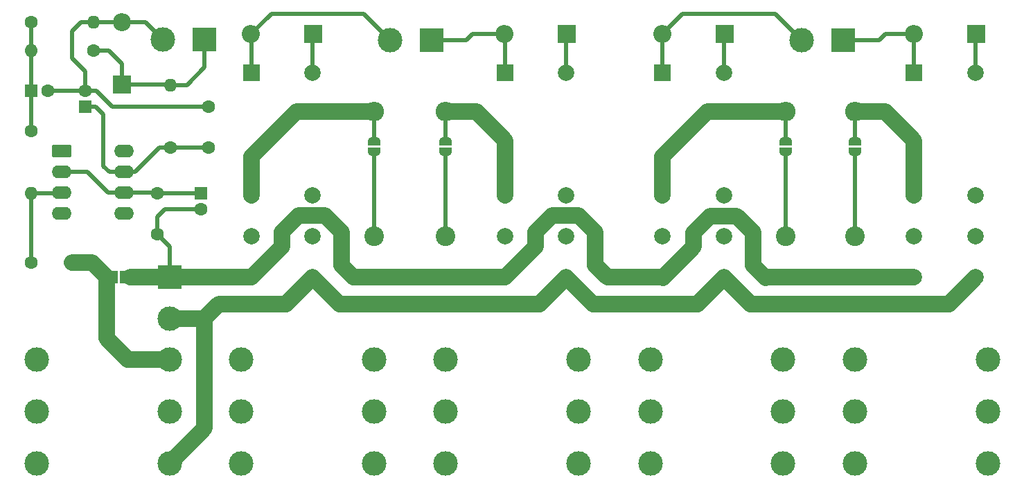
<source format=gtl>
%TF.GenerationSoftware,KiCad,Pcbnew,9.0.0+dfsg-1*%
%TF.CreationDate,2025-03-12T14:20:37+01:00*%
%TF.ProjectId,relays-array-4,72656c61-7973-42d6-9172-7261792d342e,1.0*%
%TF.SameCoordinates,Original*%
%TF.FileFunction,Copper,L1,Top*%
%TF.FilePolarity,Positive*%
%FSLAX46Y46*%
G04 Gerber Fmt 4.6, Leading zero omitted, Abs format (unit mm)*
G04 Created by KiCad (PCBNEW 9.0.0+dfsg-1) date 2025-03-12 14:20:37*
%MOMM*%
%LPD*%
G01*
G04 APERTURE LIST*
G04 Aperture macros list*
%AMRoundRect*
0 Rectangle with rounded corners*
0 $1 Rounding radius*
0 $2 $3 $4 $5 $6 $7 $8 $9 X,Y pos of 4 corners*
0 Add a 4 corners polygon primitive as box body*
4,1,4,$2,$3,$4,$5,$6,$7,$8,$9,$2,$3,0*
0 Add four circle primitives for the rounded corners*
1,1,$1+$1,$2,$3*
1,1,$1+$1,$4,$5*
1,1,$1+$1,$6,$7*
1,1,$1+$1,$8,$9*
0 Add four rect primitives between the rounded corners*
20,1,$1+$1,$2,$3,$4,$5,0*
20,1,$1+$1,$4,$5,$6,$7,0*
20,1,$1+$1,$6,$7,$8,$9,0*
20,1,$1+$1,$8,$9,$2,$3,0*%
%AMFreePoly0*
4,1,23,0.500000,-0.750000,0.000000,-0.750000,0.000000,-0.745722,-0.065263,-0.745722,-0.191342,-0.711940,-0.304381,-0.646677,-0.396677,-0.554381,-0.461940,-0.441342,-0.495722,-0.315263,-0.495722,-0.250000,-0.500000,-0.250000,-0.500000,0.250000,-0.495722,0.250000,-0.495722,0.315263,-0.461940,0.441342,-0.396677,0.554381,-0.304381,0.646677,-0.191342,0.711940,-0.065263,0.745722,0.000000,0.745722,
0.000000,0.750000,0.500000,0.750000,0.500000,-0.750000,0.500000,-0.750000,$1*%
%AMFreePoly1*
4,1,23,0.000000,0.745722,0.065263,0.745722,0.191342,0.711940,0.304381,0.646677,0.396677,0.554381,0.461940,0.441342,0.495722,0.315263,0.495722,0.250000,0.500000,0.250000,0.500000,-0.250000,0.495722,-0.250000,0.495722,-0.315263,0.461940,-0.441342,0.396677,-0.554381,0.304381,-0.646677,0.191342,-0.711940,0.065263,-0.745722,0.000000,-0.745722,0.000000,-0.750000,-0.500000,-0.750000,
-0.500000,0.750000,0.000000,0.750000,0.000000,0.745722,0.000000,0.745722,$1*%
G04 Aperture macros list end*
%TA.AperFunction,ComponentPad*%
%ADD10C,2.000000*%
%TD*%
%TA.AperFunction,ComponentPad*%
%ADD11R,2.000000X2.000000*%
%TD*%
%TA.AperFunction,ComponentPad*%
%ADD12C,2.400000*%
%TD*%
%TA.AperFunction,ComponentPad*%
%ADD13O,2.400000X2.400000*%
%TD*%
%TA.AperFunction,ComponentPad*%
%ADD14R,2.200000X2.200000*%
%TD*%
%TA.AperFunction,ComponentPad*%
%ADD15O,2.200000X2.200000*%
%TD*%
%TA.AperFunction,ComponentPad*%
%ADD16C,1.600000*%
%TD*%
%TA.AperFunction,ComponentPad*%
%ADD17O,1.600000X1.600000*%
%TD*%
%TA.AperFunction,ComponentPad*%
%ADD18R,1.600000X1.600000*%
%TD*%
%TA.AperFunction,ComponentPad*%
%ADD19C,3.000000*%
%TD*%
%TA.AperFunction,SMDPad,CuDef*%
%ADD20FreePoly0,270.000000*%
%TD*%
%TA.AperFunction,SMDPad,CuDef*%
%ADD21FreePoly1,270.000000*%
%TD*%
%TA.AperFunction,ComponentPad*%
%ADD22R,3.000000X3.000000*%
%TD*%
%TA.AperFunction,ComponentPad*%
%ADD23RoundRect,0.250000X-0.950000X-0.550000X0.950000X-0.550000X0.950000X0.550000X-0.950000X0.550000X0*%
%TD*%
%TA.AperFunction,ComponentPad*%
%ADD24O,2.400000X1.600000*%
%TD*%
%TA.AperFunction,SMDPad,CuDef*%
%ADD25R,1.000000X1.500000*%
%TD*%
%TA.AperFunction,Conductor*%
%ADD26C,0.500000*%
%TD*%
%TA.AperFunction,Conductor*%
%ADD27C,2.000000*%
%TD*%
G04 APERTURE END LIST*
D10*
%TO.P,K3,11*%
%TO.N,Net-(J4-PadS)*%
X115270000Y-95000000D03*
%TO.P,K3,12*%
%TO.N,Net-(JP4-A)*%
X115270000Y-90000000D03*
%TO.P,K3,14*%
%TO.N,/SIGNAL*%
X115270000Y-100000000D03*
%TO.P,K3,21*%
%TO.N,Net-(J4-PadT)*%
X122770000Y-95000000D03*
%TO.P,K3,22*%
%TO.N,Net-(JP4-B)*%
X122770000Y-90000000D03*
%TO.P,K3,24*%
%TO.N,GND*%
X122770000Y-100000000D03*
D11*
%TO.P,K3,A1*%
%TO.N,Net-(D3-A)*%
X115270000Y-75000000D03*
D10*
%TO.P,K3,A2*%
%TO.N,+12V*%
X122770000Y-75000000D03*
%TD*%
D12*
%TO.P,R3,1*%
%TO.N,Net-(JP4-B)*%
X130270000Y-95000000D03*
D13*
%TO.P,R3,2*%
%TO.N,Net-(JP4-A)*%
X130270000Y-79760000D03*
%TD*%
D12*
%TO.P,R4,1*%
%TO.N,Net-(JP5-B)*%
X138750000Y-95000000D03*
D13*
%TO.P,R4,2*%
%TO.N,Net-(JP5-A)*%
X138750000Y-79760000D03*
%TD*%
D14*
%TO.P,D2,1,K*%
%TO.N,+12V*%
X103560000Y-70250000D03*
D15*
%TO.P,D2,2,A*%
%TO.N,Net-(D2-A)*%
X95940000Y-70250000D03*
%TD*%
D16*
%TO.P,C2,1*%
%TO.N,Net-(U1-+)*%
X38100000Y-98200000D03*
%TO.P,C2,2*%
%TO.N,Net-(JPX1-B)*%
X43100000Y-98200000D03*
%TD*%
%TO.P,R13,1*%
%TO.N,VCC*%
X55100000Y-84100000D03*
D17*
%TO.P,R13,2*%
%TO.N,+12V*%
X55100000Y-76480000D03*
%TD*%
D18*
%TO.P,C8,1*%
%TO.N,Net-(U1--)*%
X58800000Y-89700000D03*
D16*
%TO.P,C8,2*%
%TO.N,/SIGNAL*%
X58800000Y-91700000D03*
%TD*%
D14*
%TO.P,D3,1,K*%
%TO.N,+12V*%
X122830000Y-70250000D03*
D15*
%TO.P,D3,2,A*%
%TO.N,Net-(D3-A)*%
X115210000Y-70250000D03*
%TD*%
D10*
%TO.P,K4,11*%
%TO.N,Net-(J5-PadS)*%
X146000000Y-95000000D03*
%TO.P,K4,12*%
%TO.N,Net-(JP5-A)*%
X146000000Y-90000000D03*
%TO.P,K4,14*%
%TO.N,/SIGNAL*%
X146000000Y-100000000D03*
%TO.P,K4,21*%
%TO.N,Net-(J5-PadT)*%
X153500000Y-95000000D03*
%TO.P,K4,22*%
%TO.N,Net-(JP5-B)*%
X153500000Y-90000000D03*
%TO.P,K4,24*%
%TO.N,GND*%
X153500000Y-100000000D03*
D11*
%TO.P,K4,A1*%
%TO.N,Net-(D4-A)*%
X146000000Y-75000000D03*
D10*
%TO.P,K4,A2*%
%TO.N,+12V*%
X153500000Y-75000000D03*
%TD*%
D19*
%TO.P,J4,R*%
%TO.N,unconnected-(J4-PadR)*%
X130000000Y-116350000D03*
%TO.P,J4,RN*%
%TO.N,unconnected-(J4-PadRN)*%
X113770000Y-116350000D03*
%TO.P,J4,S*%
%TO.N,Net-(J4-PadS)*%
X130000000Y-122700000D03*
%TO.P,J4,SN*%
%TO.N,unconnected-(J4-PadSN)*%
X113770000Y-122700000D03*
%TO.P,J4,T*%
%TO.N,Net-(J4-PadT)*%
X130000000Y-110000000D03*
%TO.P,J4,TN*%
%TO.N,unconnected-(J4-PadTN)*%
X113770000Y-110000000D03*
%TD*%
%TO.P,J2,R*%
%TO.N,unconnected-(J2-PadR)*%
X105000000Y-116350000D03*
%TO.P,J2,RN*%
%TO.N,unconnected-(J2-PadRN)*%
X88770000Y-116350000D03*
%TO.P,J2,S*%
%TO.N,Net-(J2-PadS)*%
X105000000Y-122700000D03*
%TO.P,J2,SN*%
%TO.N,unconnected-(J2-PadSN)*%
X88770000Y-122700000D03*
%TO.P,J2,T*%
%TO.N,Net-(J2-PadT)*%
X105000000Y-110000000D03*
%TO.P,J2,TN*%
%TO.N,unconnected-(J2-PadTN)*%
X88770000Y-110000000D03*
%TD*%
D18*
%TO.P,C10,1*%
%TO.N,GNDS*%
X38100000Y-77200000D03*
D16*
%TO.P,C10,2*%
%TO.N,GND*%
X40100000Y-77200000D03*
%TD*%
D14*
%TO.P,D9,1,K*%
%TO.N,+12V*%
X49200000Y-76410000D03*
D15*
%TO.P,D9,2,A*%
%TO.N,GND*%
X49200000Y-68790000D03*
%TD*%
D14*
%TO.P,D4,1,K*%
%TO.N,+12V*%
X153560000Y-70250000D03*
D15*
%TO.P,D4,2,A*%
%TO.N,Net-(D4-A)*%
X145940000Y-70250000D03*
%TD*%
D19*
%TO.P,J14,R*%
%TO.N,unconnected-(J14-PadR)*%
X55000000Y-116350000D03*
%TO.P,J14,RN*%
%TO.N,unconnected-(J14-PadRN)*%
X38770000Y-116350000D03*
%TO.P,J14,S*%
%TO.N,GND*%
X55000000Y-122700000D03*
%TO.P,J14,SN*%
%TO.N,unconnected-(J14-PadSN)*%
X38770000Y-122700000D03*
%TO.P,J14,T*%
%TO.N,Net-(JPX1-B)*%
X55000000Y-110000000D03*
%TO.P,J14,TN*%
%TO.N,unconnected-(J14-PadTN)*%
X38770000Y-110000000D03*
%TD*%
D12*
%TO.P,R2,1*%
%TO.N,Net-(JP2-B)*%
X88750000Y-95000000D03*
D13*
%TO.P,R2,2*%
%TO.N,Net-(JP2-A)*%
X88750000Y-79760000D03*
%TD*%
D10*
%TO.P,K1,11*%
%TO.N,Net-(J1-PadS)*%
X65000000Y-95000000D03*
%TO.P,K1,12*%
%TO.N,Net-(JP3-A)*%
X65000000Y-90000000D03*
%TO.P,K1,14*%
%TO.N,/SIGNAL*%
X65000000Y-100000000D03*
%TO.P,K1,21*%
%TO.N,Net-(J1-PadT)*%
X72500000Y-95000000D03*
%TO.P,K1,22*%
%TO.N,Net-(JP3-B)*%
X72500000Y-90000000D03*
%TO.P,K1,24*%
%TO.N,GND*%
X72500000Y-100000000D03*
D11*
%TO.P,K1,A1*%
%TO.N,Net-(D1-A)*%
X65000000Y-75000000D03*
D10*
%TO.P,K1,A2*%
%TO.N,+12V*%
X72500000Y-75000000D03*
%TD*%
D14*
%TO.P,D1,1,K*%
%TO.N,+12V*%
X72560000Y-70250000D03*
D15*
%TO.P,D1,2,A*%
%TO.N,Net-(D1-A)*%
X64940000Y-70250000D03*
%TD*%
D16*
%TO.P,R16,1*%
%TO.N,GNDS*%
X38100000Y-82080000D03*
D17*
%TO.P,R16,2*%
%TO.N,Net-(U1-+)*%
X38100000Y-89700000D03*
%TD*%
D19*
%TO.P,J1,R*%
%TO.N,unconnected-(J1-PadR)*%
X80000000Y-116350000D03*
%TO.P,J1,RN*%
%TO.N,unconnected-(J1-PadRN)*%
X63770000Y-116350000D03*
%TO.P,J1,S*%
%TO.N,Net-(J1-PadS)*%
X80000000Y-122700000D03*
%TO.P,J1,SN*%
%TO.N,unconnected-(J1-PadSN)*%
X63770000Y-122700000D03*
%TO.P,J1,T*%
%TO.N,Net-(J1-PadT)*%
X80000000Y-110000000D03*
%TO.P,J1,TN*%
%TO.N,unconnected-(J1-PadTN)*%
X63770000Y-110000000D03*
%TD*%
D20*
%TO.P,JP5,1,A*%
%TO.N,Net-(JP5-A)*%
X138750000Y-83350000D03*
D21*
%TO.P,JP5,2,B*%
%TO.N,Net-(JP5-B)*%
X138750000Y-84650000D03*
%TD*%
D10*
%TO.P,K2,11*%
%TO.N,Net-(J2-PadS)*%
X96000000Y-95000000D03*
%TO.P,K2,12*%
%TO.N,Net-(JP2-A)*%
X96000000Y-90000000D03*
%TO.P,K2,14*%
%TO.N,/SIGNAL*%
X96000000Y-100000000D03*
%TO.P,K2,21*%
%TO.N,Net-(J2-PadT)*%
X103500000Y-95000000D03*
%TO.P,K2,22*%
%TO.N,Net-(JP2-B)*%
X103500000Y-90000000D03*
%TO.P,K2,24*%
%TO.N,GND*%
X103500000Y-100000000D03*
D11*
%TO.P,K2,A1*%
%TO.N,Net-(D2-A)*%
X96000000Y-75000000D03*
D10*
%TO.P,K2,A2*%
%TO.N,+12V*%
X103500000Y-75000000D03*
%TD*%
D16*
%TO.P,R9,1*%
%TO.N,GND*%
X59300000Y-107600000D03*
D17*
%TO.P,R9,2*%
%TO.N,/SIGNAL*%
X59300000Y-99980000D03*
%TD*%
D16*
%TO.P,C1,1*%
%TO.N,/SIGNAL*%
X53500000Y-94700000D03*
%TO.P,C1,2*%
%TO.N,Net-(U1--)*%
X53500000Y-89700000D03*
%TD*%
D12*
%TO.P,R1,1*%
%TO.N,Net-(JP3-B)*%
X80000000Y-95000000D03*
D13*
%TO.P,R1,2*%
%TO.N,Net-(JP3-A)*%
X80000000Y-79760000D03*
%TD*%
D22*
%TO.P,J6,1,Pin_1*%
%TO.N,Net-(D4-A)*%
X137330000Y-71000000D03*
D19*
%TO.P,J6,2,Pin_2*%
%TO.N,Net-(D3-A)*%
X132250000Y-71000000D03*
%TD*%
D20*
%TO.P,JP3,1,A*%
%TO.N,Net-(JP3-A)*%
X80000000Y-83350000D03*
D21*
%TO.P,JP3,2,B*%
%TO.N,Net-(JP3-B)*%
X80000000Y-84650000D03*
%TD*%
D16*
%TO.P,R15,1*%
%TO.N,GNDS*%
X38080000Y-68800000D03*
D17*
%TO.P,R15,2*%
%TO.N,GND*%
X45700000Y-68800000D03*
%TD*%
D22*
%TO.P,J3,1,Pin_1*%
%TO.N,Net-(D2-A)*%
X87040000Y-71000000D03*
D19*
%TO.P,J3,2,Pin_2*%
%TO.N,Net-(D1-A)*%
X81960000Y-71000000D03*
%TD*%
D23*
%TO.P,U1,1,VOS*%
%TO.N,unconnected-(U1-VOS-Pad1)*%
X41790000Y-84590000D03*
D24*
%TO.P,U1,2,-*%
%TO.N,Net-(U1--)*%
X41790000Y-87130000D03*
%TO.P,U1,3,+*%
%TO.N,Net-(U1-+)*%
X41790000Y-89670000D03*
%TO.P,U1,4,V-*%
%TO.N,GND*%
X41790000Y-92210000D03*
%TO.P,U1,5,NC*%
%TO.N,unconnected-(U1-NC-Pad5)*%
X49410000Y-92210000D03*
%TO.P,U1,6*%
%TO.N,Net-(U1--)*%
X49410000Y-89670000D03*
%TO.P,U1,7,V+*%
%TO.N,VCC*%
X49410000Y-87130000D03*
%TO.P,U1,8,VOS*%
%TO.N,unconnected-(U1-VOS-Pad8)*%
X49410000Y-84590000D03*
%TD*%
D19*
%TO.P,J5,R*%
%TO.N,unconnected-(J5-PadR)*%
X155000000Y-116350000D03*
%TO.P,J5,RN*%
%TO.N,unconnected-(J5-PadRN)*%
X138770000Y-116350000D03*
%TO.P,J5,S*%
%TO.N,Net-(J5-PadS)*%
X155000000Y-122700000D03*
%TO.P,J5,SN*%
%TO.N,unconnected-(J5-PadSN)*%
X138770000Y-122700000D03*
%TO.P,J5,T*%
%TO.N,Net-(J5-PadT)*%
X155000000Y-110000000D03*
%TO.P,J5,TN*%
%TO.N,unconnected-(J5-PadTN)*%
X138770000Y-110000000D03*
%TD*%
D20*
%TO.P,JP4,1,A*%
%TO.N,Net-(JP4-A)*%
X130270000Y-83350000D03*
D21*
%TO.P,JP4,2,B*%
%TO.N,Net-(JP4-B)*%
X130270000Y-84650000D03*
%TD*%
D22*
%TO.P,J15,1,Pin_1*%
%TO.N,/SIGNAL*%
X55000000Y-100000000D03*
D19*
%TO.P,J15,2,Pin_2*%
%TO.N,GND*%
X55000000Y-105080000D03*
%TD*%
D16*
%TO.P,R14,1*%
%TO.N,+12V*%
X45700000Y-72300000D03*
D17*
%TO.P,R14,2*%
%TO.N,GNDS*%
X38080000Y-72300000D03*
%TD*%
D18*
%TO.P,C7,1*%
%TO.N,VCC*%
X44700000Y-79155113D03*
D16*
%TO.P,C7,2*%
%TO.N,GND*%
X44700000Y-77155113D03*
%TD*%
%TO.P,C3,1*%
%TO.N,VCC*%
X59800000Y-84100000D03*
%TO.P,C3,2*%
%TO.N,GND*%
X59800000Y-79100000D03*
%TD*%
D25*
%TO.P,JPX1,1,A*%
%TO.N,/SIGNAL*%
X49450000Y-100000000D03*
%TO.P,JPX1,2,B*%
%TO.N,Net-(JPX1-B)*%
X48150000Y-100000000D03*
%TD*%
D22*
%TO.P,J10,1,Pin_1*%
%TO.N,+12V*%
X59280000Y-70900000D03*
D19*
%TO.P,J10,2,Pin_2*%
%TO.N,GND*%
X54200000Y-70900000D03*
%TD*%
D20*
%TO.P,JP2,1,A*%
%TO.N,Net-(JP2-A)*%
X88750000Y-83350000D03*
D21*
%TO.P,JP2,2,B*%
%TO.N,Net-(JP2-B)*%
X88750000Y-84650000D03*
%TD*%
D26*
%TO.N,Net-(D1-A)*%
X64940000Y-70250000D02*
X67440000Y-67750000D01*
X67440000Y-67750000D02*
X78710000Y-67750000D01*
X65000000Y-75000000D02*
X65000000Y-70310000D01*
X65000000Y-70310000D02*
X64940000Y-70250000D01*
X78710000Y-67750000D02*
X81960000Y-71000000D01*
%TO.N,+12V*%
X122770000Y-70310000D02*
X122830000Y-70250000D01*
X49200000Y-76410000D02*
X49200000Y-73900000D01*
X103500000Y-75000000D02*
X103500000Y-70310000D01*
X49200000Y-73900000D02*
X47600000Y-72300000D01*
X153500000Y-70310000D02*
X153560000Y-70250000D01*
X72500000Y-75000000D02*
X72500000Y-70310000D01*
X49200000Y-76410000D02*
X55030000Y-76410000D01*
X57120000Y-76480000D02*
X59300000Y-74300000D01*
X55100000Y-76480000D02*
X57120000Y-76480000D01*
X72500000Y-70310000D02*
X72560000Y-70250000D01*
X59300000Y-74300000D02*
X59280000Y-74280000D01*
X103500000Y-70310000D02*
X103560000Y-70250000D01*
X122770000Y-75000000D02*
X122770000Y-70310000D01*
X153500000Y-75000000D02*
X153500000Y-70310000D01*
X55030000Y-76410000D02*
X55100000Y-76480000D01*
X59280000Y-74280000D02*
X59280000Y-70900000D01*
X47600000Y-72300000D02*
X45700000Y-72300000D01*
%TO.N,Net-(D2-A)*%
X92000000Y-70250000D02*
X91250000Y-71000000D01*
X91250000Y-71000000D02*
X87040000Y-71000000D01*
X96000000Y-75000000D02*
X96000000Y-70310000D01*
X95940000Y-70250000D02*
X92000000Y-70250000D01*
X96000000Y-70310000D02*
X95940000Y-70250000D01*
%TO.N,Net-(D3-A)*%
X115210000Y-70250000D02*
X117710000Y-67750000D01*
X129000000Y-67750000D02*
X132250000Y-71000000D01*
X115270000Y-70310000D02*
X115210000Y-70250000D01*
X115270000Y-75000000D02*
X115270000Y-70310000D01*
X117710000Y-67750000D02*
X129000000Y-67750000D01*
%TO.N,Net-(D4-A)*%
X145940000Y-70250000D02*
X142500000Y-70250000D01*
X142500000Y-70250000D02*
X141750000Y-71000000D01*
X146000000Y-70310000D02*
X145940000Y-70250000D01*
X141750000Y-71000000D02*
X137330000Y-71000000D01*
X146000000Y-75000000D02*
X146000000Y-70310000D01*
D27*
%TO.N,/SIGNAL*%
X107000000Y-94451000D02*
X107000000Y-98500000D01*
X74000000Y-92451000D02*
X76000000Y-94451000D01*
X119065000Y-96275000D02*
X119065000Y-94525000D01*
X55000000Y-100000000D02*
X50200000Y-100000000D01*
X77500000Y-100000000D02*
X96000000Y-100000000D01*
X68750000Y-94500000D02*
X70799000Y-92451000D01*
X126315000Y-98525000D02*
X127815000Y-100025000D01*
X107000000Y-98500000D02*
X108500000Y-100000000D01*
X115315000Y-100025000D02*
X119065000Y-96275000D01*
X101799000Y-92451000D02*
X105000000Y-92451000D01*
X99750000Y-94500000D02*
X101799000Y-92451000D01*
X108500000Y-100000000D02*
X115270000Y-100000000D01*
X127840000Y-100000000D02*
X146000000Y-100000000D01*
X65000000Y-100000000D02*
X68750000Y-96250000D01*
X76000000Y-94451000D02*
X76000000Y-98500000D01*
D26*
X58800000Y-91700000D02*
X54400000Y-91700000D01*
D27*
X99750000Y-96250000D02*
X99750000Y-94500000D01*
X70799000Y-92451000D02*
X74000000Y-92451000D01*
D26*
X53500000Y-94700000D02*
X55000000Y-96200000D01*
D27*
X96000000Y-100000000D02*
X99750000Y-96250000D01*
X68750000Y-96250000D02*
X68750000Y-94500000D01*
X59300000Y-99980000D02*
X55020000Y-99980000D01*
X59320000Y-100000000D02*
X59300000Y-99980000D01*
X65000000Y-100000000D02*
X59320000Y-100000000D01*
D26*
X54400000Y-91700000D02*
X53500000Y-92600000D01*
D27*
X105000000Y-92451000D02*
X107000000Y-94451000D01*
X127815000Y-100025000D02*
X127840000Y-100000000D01*
D26*
X55000000Y-96200000D02*
X55000000Y-100000000D01*
X53500000Y-92600000D02*
X53500000Y-94700000D01*
D27*
X55020000Y-99980000D02*
X55000000Y-100000000D01*
X119065000Y-94525000D02*
X121114000Y-92476000D01*
X76000000Y-98500000D02*
X77500000Y-100000000D01*
X124315000Y-92476000D02*
X126315000Y-94476000D01*
X121114000Y-92476000D02*
X124315000Y-92476000D01*
X126315000Y-94476000D02*
X126315000Y-98525000D01*
%TO.N,GND*%
X119520000Y-103250000D02*
X122770000Y-100000000D01*
X103500000Y-100000000D02*
X106750000Y-103250000D01*
X150250000Y-103250000D02*
X153500000Y-100000000D01*
X59300000Y-107600000D02*
X59300000Y-105000000D01*
X59220000Y-105080000D02*
X55000000Y-105080000D01*
D26*
X49190000Y-68800000D02*
X49200000Y-68790000D01*
D27*
X59300000Y-105000000D02*
X59220000Y-105080000D01*
X59300000Y-105000000D02*
X61050000Y-103250000D01*
X72500000Y-100000000D02*
X75750000Y-103250000D01*
X126020000Y-103250000D02*
X150250000Y-103250000D01*
D26*
X45700000Y-68800000D02*
X49190000Y-68800000D01*
D27*
X59300000Y-118400000D02*
X59300000Y-107600000D01*
X61050000Y-103250000D02*
X69250000Y-103250000D01*
X75750000Y-103250000D02*
X100250000Y-103250000D01*
D26*
X43100000Y-73200000D02*
X43100000Y-69900000D01*
X49200000Y-68790000D02*
X52090000Y-68790000D01*
D27*
X55000000Y-122700000D02*
X59300000Y-118400000D01*
D26*
X44200000Y-68800000D02*
X45700000Y-68800000D01*
D27*
X100250000Y-103250000D02*
X103500000Y-100000000D01*
X122770000Y-100000000D02*
X126020000Y-103250000D01*
D26*
X48000000Y-79100000D02*
X59800000Y-79100000D01*
X40144887Y-77155113D02*
X40100000Y-77200000D01*
X44700000Y-77155113D02*
X46055113Y-77155113D01*
X46055113Y-77155113D02*
X48000000Y-79100000D01*
X52090000Y-68790000D02*
X54200000Y-70900000D01*
X44700000Y-74800000D02*
X43100000Y-73200000D01*
D27*
X69250000Y-103250000D02*
X72500000Y-100000000D01*
X106750000Y-103250000D02*
X119520000Y-103250000D01*
D26*
X44700000Y-77155113D02*
X40144887Y-77155113D01*
X43100000Y-69900000D02*
X44200000Y-68800000D01*
X44700000Y-77155113D02*
X44700000Y-74800000D01*
D27*
%TO.N,Net-(JP2-A)*%
X92510000Y-79760000D02*
X88750000Y-79760000D01*
D26*
X88750000Y-83350000D02*
X88750000Y-79760000D01*
D27*
X96000000Y-83250000D02*
X92510000Y-79760000D01*
X96000000Y-90000000D02*
X96000000Y-83250000D01*
D26*
%TO.N,Net-(JP2-B)*%
X88750000Y-84650000D02*
X88750000Y-95000000D01*
%TO.N,Net-(JP3-B)*%
X80000000Y-84650000D02*
X80000000Y-95000000D01*
D27*
%TO.N,Net-(JP3-A)*%
X65005000Y-85240000D02*
X70495000Y-79750000D01*
D26*
X80000000Y-83350000D02*
X80000000Y-79760000D01*
D27*
X65005000Y-89990000D02*
X65005000Y-85240000D01*
X70505000Y-79760000D02*
X80000000Y-79760000D01*
X70495000Y-79750000D02*
X70505000Y-79760000D01*
%TO.N,Net-(JP4-A)*%
X115252500Y-89980000D02*
X115252500Y-85230000D01*
X120752500Y-79750000D02*
X130247500Y-79750000D01*
X115252500Y-85230000D02*
X120742500Y-79740000D01*
D26*
X130270000Y-83350000D02*
X130270000Y-79760000D01*
%TO.N,Net-(JP4-B)*%
X130270000Y-84650000D02*
X130270000Y-95000000D01*
%TO.N,Net-(JP5-B)*%
X138750000Y-84650000D02*
X138750000Y-95000000D01*
%TO.N,Net-(JP5-A)*%
X138750000Y-83350000D02*
X138750000Y-79760000D01*
D27*
X142510000Y-79760000D02*
X138750000Y-79760000D01*
X146000000Y-90000000D02*
X146000000Y-83250000D01*
X146000000Y-83250000D02*
X142510000Y-79760000D01*
D26*
%TO.N,Net-(U1--)*%
X47470000Y-89670000D02*
X49410000Y-89670000D01*
X53500000Y-89700000D02*
X58800000Y-89700000D01*
X44930000Y-87130000D02*
X47470000Y-89670000D01*
X49410000Y-89670000D02*
X53470000Y-89670000D01*
X53470000Y-89670000D02*
X53500000Y-89700000D01*
X41790000Y-87130000D02*
X44930000Y-87130000D01*
%TO.N,Net-(U1-+)*%
X41760000Y-89700000D02*
X41790000Y-89670000D01*
X38100000Y-89700000D02*
X41760000Y-89700000D01*
X38100000Y-98200000D02*
X38100000Y-89700000D01*
D27*
%TO.N,Net-(JPX1-B)*%
X45550000Y-98200000D02*
X47350000Y-100000000D01*
X49900000Y-110000000D02*
X55000000Y-110000000D01*
X43100000Y-98200000D02*
X45550000Y-98200000D01*
X47350000Y-100000000D02*
X47350000Y-107450000D01*
X47350000Y-107450000D02*
X49900000Y-110000000D01*
D26*
%TO.N,VCC*%
X49410000Y-87130000D02*
X47630000Y-87130000D01*
X46900000Y-80100000D02*
X45955113Y-79155113D01*
X46900000Y-86400000D02*
X46900000Y-80100000D01*
X55100000Y-84100000D02*
X59800000Y-84100000D01*
X45955113Y-79155113D02*
X44700000Y-79155113D01*
X47630000Y-87130000D02*
X46900000Y-86400000D01*
X50770000Y-87130000D02*
X53800000Y-84100000D01*
X53800000Y-84100000D02*
X55100000Y-84100000D01*
X49410000Y-87130000D02*
X50770000Y-87130000D01*
%TO.N,GNDS*%
X38080000Y-68800000D02*
X38080000Y-72300000D01*
X38080000Y-72300000D02*
X38080000Y-77180000D01*
X38100000Y-77200000D02*
X38100000Y-82080000D01*
X38080000Y-77180000D02*
X38100000Y-77200000D01*
%TD*%
M02*

</source>
